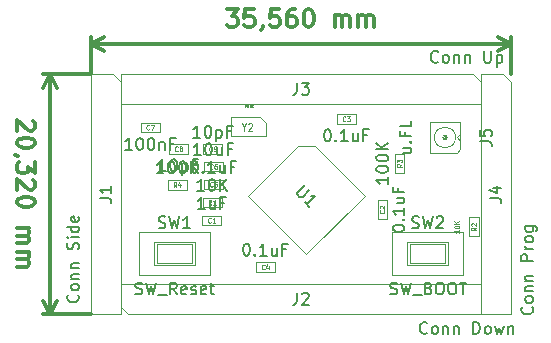
<source format=gbr>
G04 #@! TF.GenerationSoftware,KiCad,Pcbnew,6.0.0-rc1-unknown-a6325aa~66~ubuntu18.04.1*
G04 #@! TF.CreationDate,2018-09-08T20:35:18+02:00*
G04 #@! TF.ProjectId,STM32_Sensor_V4,53544D33325F53656E736F725F56342E,rev?*
G04 #@! TF.SameCoordinates,Original*
G04 #@! TF.FileFunction,Other,Fab,Top*
%FSLAX46Y46*%
G04 Gerber Fmt 4.6, Leading zero omitted, Abs format (unit mm)*
G04 Created by KiCad (PCBNEW 6.0.0-rc1-unknown-a6325aa~66~ubuntu18.04.1) date Sat Sep  8 20:35:18 2018*
%MOMM*%
%LPD*%
G01*
G04 APERTURE LIST*
%ADD10C,0.300000*%
%ADD11C,0.100000*%
%ADD12C,0.150000*%
%ADD13C,0.060000*%
%ADD14C,0.030000*%
%ADD15C,0.080000*%
G04 APERTURE END LIST*
D10*
X122018571Y-94365714D02*
X122090000Y-94437142D01*
X122161428Y-94580000D01*
X122161428Y-94937142D01*
X122090000Y-95080000D01*
X122018571Y-95151428D01*
X121875714Y-95222857D01*
X121732857Y-95222857D01*
X121518571Y-95151428D01*
X120661428Y-94294285D01*
X120661428Y-95222857D01*
X122161428Y-96151428D02*
X122161428Y-96294285D01*
X122090000Y-96437142D01*
X122018571Y-96508571D01*
X121875714Y-96580000D01*
X121590000Y-96651428D01*
X121232857Y-96651428D01*
X120947142Y-96580000D01*
X120804285Y-96508571D01*
X120732857Y-96437142D01*
X120661428Y-96294285D01*
X120661428Y-96151428D01*
X120732857Y-96008571D01*
X120804285Y-95937142D01*
X120947142Y-95865714D01*
X121232857Y-95794285D01*
X121590000Y-95794285D01*
X121875714Y-95865714D01*
X122018571Y-95937142D01*
X122090000Y-96008571D01*
X122161428Y-96151428D01*
X120732857Y-97365714D02*
X120661428Y-97365714D01*
X120518571Y-97294285D01*
X120447142Y-97222857D01*
X122161428Y-97865714D02*
X122161428Y-98794285D01*
X121590000Y-98294285D01*
X121590000Y-98508571D01*
X121518571Y-98651428D01*
X121447142Y-98722857D01*
X121304285Y-98794285D01*
X120947142Y-98794285D01*
X120804285Y-98722857D01*
X120732857Y-98651428D01*
X120661428Y-98508571D01*
X120661428Y-98080000D01*
X120732857Y-97937142D01*
X120804285Y-97865714D01*
X122018571Y-99365714D02*
X122090000Y-99437142D01*
X122161428Y-99580000D01*
X122161428Y-99937142D01*
X122090000Y-100080000D01*
X122018571Y-100151428D01*
X121875714Y-100222857D01*
X121732857Y-100222857D01*
X121518571Y-100151428D01*
X120661428Y-99294285D01*
X120661428Y-100222857D01*
X122161428Y-101151428D02*
X122161428Y-101294285D01*
X122090000Y-101437142D01*
X122018571Y-101508571D01*
X121875714Y-101580000D01*
X121590000Y-101651428D01*
X121232857Y-101651428D01*
X120947142Y-101580000D01*
X120804285Y-101508571D01*
X120732857Y-101437142D01*
X120661428Y-101294285D01*
X120661428Y-101151428D01*
X120732857Y-101008571D01*
X120804285Y-100937142D01*
X120947142Y-100865714D01*
X121232857Y-100794285D01*
X121590000Y-100794285D01*
X121875714Y-100865714D01*
X122018571Y-100937142D01*
X122090000Y-101008571D01*
X122161428Y-101151428D01*
X120661428Y-103437142D02*
X121661428Y-103437142D01*
X121518571Y-103437142D02*
X121590000Y-103508571D01*
X121661428Y-103651428D01*
X121661428Y-103865714D01*
X121590000Y-104008571D01*
X121447142Y-104080000D01*
X120661428Y-104080000D01*
X121447142Y-104080000D02*
X121590000Y-104151428D01*
X121661428Y-104294285D01*
X121661428Y-104508571D01*
X121590000Y-104651428D01*
X121447142Y-104722857D01*
X120661428Y-104722857D01*
X120661428Y-105437142D02*
X121661428Y-105437142D01*
X121518571Y-105437142D02*
X121590000Y-105508571D01*
X121661428Y-105651428D01*
X121661428Y-105865714D01*
X121590000Y-106008571D01*
X121447142Y-106080000D01*
X120661428Y-106080000D01*
X121447142Y-106080000D02*
X121590000Y-106151428D01*
X121661428Y-106294285D01*
X121661428Y-106508571D01*
X121590000Y-106651428D01*
X121447142Y-106722857D01*
X120661428Y-106722857D01*
X123440000Y-90420000D02*
X123440000Y-110740000D01*
X126890000Y-90420000D02*
X122853579Y-90420000D01*
X126890000Y-110740000D02*
X122853579Y-110740000D01*
X123440000Y-110740000D02*
X122853579Y-109613496D01*
X123440000Y-110740000D02*
X124026421Y-109613496D01*
X123440000Y-90420000D02*
X122853579Y-91546504D01*
X123440000Y-90420000D02*
X124026421Y-91546504D01*
X138384285Y-84928572D02*
X139312857Y-84928572D01*
X138812857Y-85500001D01*
X139027142Y-85500001D01*
X139170000Y-85571429D01*
X139241428Y-85642858D01*
X139312857Y-85785715D01*
X139312857Y-86142858D01*
X139241428Y-86285715D01*
X139170000Y-86357143D01*
X139027142Y-86428572D01*
X138598571Y-86428572D01*
X138455714Y-86357143D01*
X138384285Y-86285715D01*
X140670000Y-84928572D02*
X139955714Y-84928572D01*
X139884285Y-85642858D01*
X139955714Y-85571429D01*
X140098571Y-85500001D01*
X140455714Y-85500001D01*
X140598571Y-85571429D01*
X140670000Y-85642858D01*
X140741428Y-85785715D01*
X140741428Y-86142858D01*
X140670000Y-86285715D01*
X140598571Y-86357143D01*
X140455714Y-86428572D01*
X140098571Y-86428572D01*
X139955714Y-86357143D01*
X139884285Y-86285715D01*
X141455714Y-86357143D02*
X141455714Y-86428572D01*
X141384285Y-86571429D01*
X141312857Y-86642858D01*
X142812857Y-84928572D02*
X142098571Y-84928572D01*
X142027142Y-85642858D01*
X142098571Y-85571429D01*
X142241428Y-85500001D01*
X142598571Y-85500001D01*
X142741428Y-85571429D01*
X142812857Y-85642858D01*
X142884285Y-85785715D01*
X142884285Y-86142858D01*
X142812857Y-86285715D01*
X142741428Y-86357143D01*
X142598571Y-86428572D01*
X142241428Y-86428572D01*
X142098571Y-86357143D01*
X142027142Y-86285715D01*
X144170000Y-84928572D02*
X143884285Y-84928572D01*
X143741428Y-85000001D01*
X143670000Y-85071429D01*
X143527142Y-85285715D01*
X143455714Y-85571429D01*
X143455714Y-86142858D01*
X143527142Y-86285715D01*
X143598571Y-86357143D01*
X143741428Y-86428572D01*
X144027142Y-86428572D01*
X144170000Y-86357143D01*
X144241428Y-86285715D01*
X144312857Y-86142858D01*
X144312857Y-85785715D01*
X144241428Y-85642858D01*
X144170000Y-85571429D01*
X144027142Y-85500001D01*
X143741428Y-85500001D01*
X143598571Y-85571429D01*
X143527142Y-85642858D01*
X143455714Y-85785715D01*
X145241428Y-84928572D02*
X145384285Y-84928572D01*
X145527142Y-85000001D01*
X145598571Y-85071429D01*
X145670000Y-85214286D01*
X145741428Y-85500001D01*
X145741428Y-85857143D01*
X145670000Y-86142858D01*
X145598571Y-86285715D01*
X145527142Y-86357143D01*
X145384285Y-86428572D01*
X145241428Y-86428572D01*
X145098571Y-86357143D01*
X145027142Y-86285715D01*
X144955714Y-86142858D01*
X144884285Y-85857143D01*
X144884285Y-85500001D01*
X144955714Y-85214286D01*
X145027142Y-85071429D01*
X145098571Y-85000001D01*
X145241428Y-84928572D01*
X147527142Y-86428572D02*
X147527142Y-85428572D01*
X147527142Y-85571429D02*
X147598571Y-85500001D01*
X147741428Y-85428572D01*
X147955714Y-85428572D01*
X148098571Y-85500001D01*
X148170000Y-85642858D01*
X148170000Y-86428572D01*
X148170000Y-85642858D02*
X148241428Y-85500001D01*
X148384285Y-85428572D01*
X148598571Y-85428572D01*
X148741428Y-85500001D01*
X148812857Y-85642858D01*
X148812857Y-86428572D01*
X149527142Y-86428572D02*
X149527142Y-85428572D01*
X149527142Y-85571429D02*
X149598571Y-85500001D01*
X149741428Y-85428572D01*
X149955714Y-85428572D01*
X150098571Y-85500001D01*
X150170000Y-85642858D01*
X150170000Y-86428572D01*
X150170000Y-85642858D02*
X150241428Y-85500001D01*
X150384285Y-85428572D01*
X150598571Y-85428572D01*
X150741428Y-85500001D01*
X150812857Y-85642858D01*
X150812857Y-86428572D01*
X126890000Y-87850001D02*
X162450000Y-87850001D01*
X126890000Y-90420000D02*
X126890000Y-87263580D01*
X162450000Y-90420000D02*
X162450000Y-87263580D01*
X162450000Y-87850001D02*
X161323496Y-88436422D01*
X162450000Y-87850001D02*
X161323496Y-87263580D01*
X126890000Y-87850001D02*
X128016504Y-88436422D01*
X126890000Y-87850001D02*
X128016504Y-87263580D01*
D11*
G04 #@! TO.C,SW2*
X158400000Y-103800000D02*
X158400000Y-107400000D01*
X152400000Y-103800000D02*
X152400000Y-107400000D01*
X152400000Y-103800000D02*
X158400000Y-103800000D01*
X152400000Y-107400000D02*
X158400000Y-107400000D01*
X153900000Y-104800000D02*
X153900000Y-106400000D01*
X156900000Y-104800000D02*
X156900000Y-106400000D01*
X153900000Y-104800000D02*
X156900000Y-104800000D01*
X153900000Y-106400000D02*
X156900000Y-106400000D01*
X153650000Y-106600000D02*
X153650000Y-104600000D01*
X157150000Y-106600000D02*
X153650000Y-106600000D01*
X157150000Y-104600000D02*
X157150000Y-106600000D01*
X153650000Y-104600000D02*
X157150000Y-104600000D01*
G04 #@! TO.C,R4*
X133390000Y-99380000D02*
X134990000Y-99380000D01*
X133390000Y-100180000D02*
X133390000Y-99380000D01*
X134990000Y-100180000D02*
X133390000Y-100180000D01*
X134990000Y-99380000D02*
X134990000Y-100180000D01*
G04 #@! TO.C,R1*
X136350000Y-100870000D02*
X137950000Y-100870000D01*
X136350000Y-101670000D02*
X136350000Y-100870000D01*
X137950000Y-101670000D02*
X136350000Y-101670000D01*
X137950000Y-100870000D02*
X137950000Y-101670000D01*
G04 #@! TO.C,J3*
X159910000Y-91055000D02*
X159910000Y-92960000D01*
X159910000Y-92960000D02*
X129430000Y-92960000D01*
X129430000Y-92960000D02*
X129430000Y-90420000D01*
X129430000Y-90420000D02*
X159275000Y-90420000D01*
X159275000Y-90420000D02*
X159910000Y-91055000D01*
G04 #@! TO.C,R2*
X158910000Y-104130000D02*
X158910000Y-102530000D01*
X159710000Y-104130000D02*
X158910000Y-104130000D01*
X159710000Y-102530000D02*
X159710000Y-104130000D01*
X158910000Y-102530000D02*
X159710000Y-102530000D01*
G04 #@! TO.C,Y2*
X138730000Y-94060000D02*
X138730000Y-95660000D01*
X138730000Y-95660000D02*
X141730000Y-95660000D01*
X141230000Y-94060000D02*
X141730000Y-94560000D01*
X141230000Y-94060000D02*
X138730000Y-94060000D01*
X141730000Y-94560000D02*
X141730000Y-95660000D01*
G04 #@! TO.C,J1*
X126890000Y-110740000D02*
X126890000Y-90420000D01*
X129430000Y-110740000D02*
X126890000Y-110740000D01*
X129430000Y-91055000D02*
X129430000Y-110740000D01*
X128795000Y-90420000D02*
X129430000Y-91055000D01*
X126890000Y-90420000D02*
X128795000Y-90420000D01*
G04 #@! TO.C,J4*
X159910000Y-110740000D02*
X159910000Y-90420000D01*
X162450000Y-110740000D02*
X159910000Y-110740000D01*
X162450000Y-91055000D02*
X162450000Y-110740000D01*
X161815000Y-90420000D02*
X162450000Y-91055000D01*
X159910000Y-90420000D02*
X161815000Y-90420000D01*
G04 #@! TO.C,J2*
X129430000Y-110105000D02*
X129430000Y-108200000D01*
X129430000Y-108200000D02*
X159910000Y-108200000D01*
X159910000Y-108200000D02*
X159910000Y-110740000D01*
X159910000Y-110740000D02*
X130065000Y-110740000D01*
X130065000Y-110740000D02*
X129430000Y-110105000D01*
G04 #@! TO.C,SW1*
X136940000Y-103800000D02*
X136940000Y-107400000D01*
X130940000Y-103800000D02*
X130940000Y-107400000D01*
X130940000Y-103800000D02*
X136940000Y-103800000D01*
X130940000Y-107400000D02*
X136940000Y-107400000D01*
X132440000Y-104800000D02*
X132440000Y-106400000D01*
X135440000Y-104800000D02*
X135440000Y-106400000D01*
X132440000Y-104800000D02*
X135440000Y-104800000D01*
X132440000Y-106400000D02*
X135440000Y-106400000D01*
X132190000Y-106600000D02*
X132190000Y-104600000D01*
X135690000Y-106600000D02*
X132190000Y-106600000D01*
X135690000Y-104600000D02*
X135690000Y-106600000D01*
X132190000Y-104600000D02*
X135690000Y-104600000D01*
G04 #@! TO.C,C1*
X137900000Y-102400000D02*
X137900000Y-103200000D01*
X137900000Y-103200000D02*
X136300000Y-103200000D01*
X136300000Y-103200000D02*
X136300000Y-102400000D01*
X136300000Y-102400000D02*
X137900000Y-102400000D01*
G04 #@! TO.C,C2*
X151950000Y-101050000D02*
X151950000Y-102650000D01*
X151150000Y-101050000D02*
X151950000Y-101050000D01*
X151150000Y-102650000D02*
X151150000Y-101050000D01*
X151950000Y-102650000D02*
X151150000Y-102650000D01*
G04 #@! TO.C,C3*
X147700000Y-94600000D02*
X147700000Y-93800000D01*
X147700000Y-93800000D02*
X149300000Y-93800000D01*
X149300000Y-93800000D02*
X149300000Y-94600000D01*
X149300000Y-94600000D02*
X147700000Y-94600000D01*
G04 #@! TO.C,C4*
X140850000Y-106350000D02*
X142450000Y-106350000D01*
X140850000Y-107150000D02*
X140850000Y-106350000D01*
X142450000Y-107150000D02*
X140850000Y-107150000D01*
X142450000Y-106350000D02*
X142450000Y-107150000D01*
G04 #@! TO.C,C5*
X138050000Y-99350000D02*
X138050000Y-100150000D01*
X138050000Y-100150000D02*
X136450000Y-100150000D01*
X136450000Y-100150000D02*
X136450000Y-99350000D01*
X136450000Y-99350000D02*
X138050000Y-99350000D01*
G04 #@! TO.C,C6*
X138050000Y-97850000D02*
X138050000Y-98650000D01*
X138050000Y-98650000D02*
X136450000Y-98650000D01*
X136450000Y-98650000D02*
X136450000Y-97850000D01*
X136450000Y-97850000D02*
X138050000Y-97850000D01*
G04 #@! TO.C,C7*
X132700000Y-95330000D02*
X131100000Y-95330000D01*
X132700000Y-94530000D02*
X132700000Y-95330000D01*
X131100000Y-94530000D02*
X132700000Y-94530000D01*
X131100000Y-95330000D02*
X131100000Y-94530000D01*
G04 #@! TO.C,C8*
X133500000Y-97150000D02*
X133500000Y-96350000D01*
X133500000Y-96350000D02*
X135100000Y-96350000D01*
X135100000Y-96350000D02*
X135100000Y-97150000D01*
X135100000Y-97150000D02*
X133500000Y-97150000D01*
G04 #@! TO.C,C9*
X136400000Y-96350000D02*
X138000000Y-96350000D01*
X136400000Y-97150000D02*
X136400000Y-96350000D01*
X138000000Y-97150000D02*
X136400000Y-97150000D01*
X138000000Y-96350000D02*
X138000000Y-97150000D01*
G04 #@! TO.C,R3*
X152625000Y-98750000D02*
X152625000Y-97150000D01*
X153425000Y-98750000D02*
X152625000Y-98750000D01*
X153425000Y-97150000D02*
X153425000Y-98750000D01*
X152625000Y-97150000D02*
X153425000Y-97150000D01*
G04 #@! TO.C,U1*
X145832107Y-96482359D02*
X150074747Y-100725000D01*
X150074747Y-100725000D02*
X145125000Y-105674747D01*
X145125000Y-105674747D02*
X140175253Y-100725000D01*
X140175253Y-100725000D02*
X144417893Y-96482359D01*
X144417893Y-96482359D02*
X145832107Y-96482359D01*
G04 #@! TO.C,J5*
X157860000Y-95770000D02*
X158160000Y-95470000D01*
X158160000Y-96070000D02*
X157860000Y-95770000D01*
X156910000Y-95770000D02*
G75*
G03X156910000Y-95770000I-50000J0D01*
G01*
X156985000Y-95770000D02*
G75*
G03X156985000Y-95770000I-125000J0D01*
G01*
X157760000Y-95770000D02*
G75*
G03X157760000Y-95770000I-900000J0D01*
G01*
X155560000Y-97070000D02*
X155560000Y-94470000D01*
X155560000Y-97070000D02*
X157860000Y-97070000D01*
X157860000Y-97070000D02*
X158160000Y-96770000D01*
X155560000Y-94470000D02*
X158160000Y-94470000D01*
X158160000Y-96770000D02*
X158160000Y-94470000D01*
X157060000Y-95770000D02*
G75*
G03X157060000Y-95770000I-200000J0D01*
G01*
G04 #@! TD*
G04 #@! TO.C,SW2*
D12*
X152233333Y-109004761D02*
X152376190Y-109052380D01*
X152614285Y-109052380D01*
X152709523Y-109004761D01*
X152757142Y-108957142D01*
X152804761Y-108861904D01*
X152804761Y-108766666D01*
X152757142Y-108671428D01*
X152709523Y-108623809D01*
X152614285Y-108576190D01*
X152423809Y-108528571D01*
X152328571Y-108480952D01*
X152280952Y-108433333D01*
X152233333Y-108338095D01*
X152233333Y-108242857D01*
X152280952Y-108147619D01*
X152328571Y-108100000D01*
X152423809Y-108052380D01*
X152661904Y-108052380D01*
X152804761Y-108100000D01*
X153138095Y-108052380D02*
X153376190Y-109052380D01*
X153566666Y-108338095D01*
X153757142Y-109052380D01*
X153995238Y-108052380D01*
X154138095Y-109147619D02*
X154900000Y-109147619D01*
X155471428Y-108528571D02*
X155614285Y-108576190D01*
X155661904Y-108623809D01*
X155709523Y-108719047D01*
X155709523Y-108861904D01*
X155661904Y-108957142D01*
X155614285Y-109004761D01*
X155519047Y-109052380D01*
X155138095Y-109052380D01*
X155138095Y-108052380D01*
X155471428Y-108052380D01*
X155566666Y-108100000D01*
X155614285Y-108147619D01*
X155661904Y-108242857D01*
X155661904Y-108338095D01*
X155614285Y-108433333D01*
X155566666Y-108480952D01*
X155471428Y-108528571D01*
X155138095Y-108528571D01*
X156328571Y-108052380D02*
X156519047Y-108052380D01*
X156614285Y-108100000D01*
X156709523Y-108195238D01*
X156757142Y-108385714D01*
X156757142Y-108719047D01*
X156709523Y-108909523D01*
X156614285Y-109004761D01*
X156519047Y-109052380D01*
X156328571Y-109052380D01*
X156233333Y-109004761D01*
X156138095Y-108909523D01*
X156090476Y-108719047D01*
X156090476Y-108385714D01*
X156138095Y-108195238D01*
X156233333Y-108100000D01*
X156328571Y-108052380D01*
X157376190Y-108052380D02*
X157566666Y-108052380D01*
X157661904Y-108100000D01*
X157757142Y-108195238D01*
X157804761Y-108385714D01*
X157804761Y-108719047D01*
X157757142Y-108909523D01*
X157661904Y-109004761D01*
X157566666Y-109052380D01*
X157376190Y-109052380D01*
X157280952Y-109004761D01*
X157185714Y-108909523D01*
X157138095Y-108719047D01*
X157138095Y-108385714D01*
X157185714Y-108195238D01*
X157280952Y-108100000D01*
X157376190Y-108052380D01*
X158090476Y-108052380D02*
X158661904Y-108052380D01*
X158376190Y-109052380D02*
X158376190Y-108052380D01*
X154066666Y-103404761D02*
X154209523Y-103452380D01*
X154447619Y-103452380D01*
X154542857Y-103404761D01*
X154590476Y-103357142D01*
X154638095Y-103261904D01*
X154638095Y-103166666D01*
X154590476Y-103071428D01*
X154542857Y-103023809D01*
X154447619Y-102976190D01*
X154257142Y-102928571D01*
X154161904Y-102880952D01*
X154114285Y-102833333D01*
X154066666Y-102738095D01*
X154066666Y-102642857D01*
X154114285Y-102547619D01*
X154161904Y-102500000D01*
X154257142Y-102452380D01*
X154495238Y-102452380D01*
X154638095Y-102500000D01*
X154971428Y-102452380D02*
X155209523Y-103452380D01*
X155400000Y-102738095D01*
X155590476Y-103452380D01*
X155828571Y-102452380D01*
X156161904Y-102547619D02*
X156209523Y-102500000D01*
X156304761Y-102452380D01*
X156542857Y-102452380D01*
X156638095Y-102500000D01*
X156685714Y-102547619D01*
X156733333Y-102642857D01*
X156733333Y-102738095D01*
X156685714Y-102880952D01*
X156114285Y-103452380D01*
X156733333Y-103452380D01*
G04 #@! TO.C,R4*
X133023333Y-98802380D02*
X132451904Y-98802380D01*
X132737619Y-98802380D02*
X132737619Y-97802380D01*
X132642380Y-97945238D01*
X132547142Y-98040476D01*
X132451904Y-98088095D01*
X133642380Y-97802380D02*
X133737619Y-97802380D01*
X133832857Y-97850000D01*
X133880476Y-97897619D01*
X133928095Y-97992857D01*
X133975714Y-98183333D01*
X133975714Y-98421428D01*
X133928095Y-98611904D01*
X133880476Y-98707142D01*
X133832857Y-98754761D01*
X133737619Y-98802380D01*
X133642380Y-98802380D01*
X133547142Y-98754761D01*
X133499523Y-98707142D01*
X133451904Y-98611904D01*
X133404285Y-98421428D01*
X133404285Y-98183333D01*
X133451904Y-97992857D01*
X133499523Y-97897619D01*
X133547142Y-97850000D01*
X133642380Y-97802380D01*
X134594761Y-97802380D02*
X134690000Y-97802380D01*
X134785238Y-97850000D01*
X134832857Y-97897619D01*
X134880476Y-97992857D01*
X134928095Y-98183333D01*
X134928095Y-98421428D01*
X134880476Y-98611904D01*
X134832857Y-98707142D01*
X134785238Y-98754761D01*
X134690000Y-98802380D01*
X134594761Y-98802380D01*
X134499523Y-98754761D01*
X134451904Y-98707142D01*
X134404285Y-98611904D01*
X134356666Y-98421428D01*
X134356666Y-98183333D01*
X134404285Y-97992857D01*
X134451904Y-97897619D01*
X134499523Y-97850000D01*
X134594761Y-97802380D01*
X135356666Y-98802380D02*
X135356666Y-97802380D01*
X135928095Y-98802380D02*
X135499523Y-98230952D01*
X135928095Y-97802380D02*
X135356666Y-98373809D01*
D13*
X134123333Y-99960952D02*
X133990000Y-99770476D01*
X133894761Y-99960952D02*
X133894761Y-99560952D01*
X134047142Y-99560952D01*
X134085238Y-99580000D01*
X134104285Y-99599047D01*
X134123333Y-99637142D01*
X134123333Y-99694285D01*
X134104285Y-99732380D01*
X134085238Y-99751428D01*
X134047142Y-99770476D01*
X133894761Y-99770476D01*
X134466190Y-99694285D02*
X134466190Y-99960952D01*
X134370952Y-99541904D02*
X134275714Y-99827619D01*
X134523333Y-99827619D01*
G04 #@! TO.C,R1*
D12*
X136459523Y-100292380D02*
X135888095Y-100292380D01*
X136173809Y-100292380D02*
X136173809Y-99292380D01*
X136078571Y-99435238D01*
X135983333Y-99530476D01*
X135888095Y-99578095D01*
X137078571Y-99292380D02*
X137173809Y-99292380D01*
X137269047Y-99340000D01*
X137316666Y-99387619D01*
X137364285Y-99482857D01*
X137411904Y-99673333D01*
X137411904Y-99911428D01*
X137364285Y-100101904D01*
X137316666Y-100197142D01*
X137269047Y-100244761D01*
X137173809Y-100292380D01*
X137078571Y-100292380D01*
X136983333Y-100244761D01*
X136935714Y-100197142D01*
X136888095Y-100101904D01*
X136840476Y-99911428D01*
X136840476Y-99673333D01*
X136888095Y-99482857D01*
X136935714Y-99387619D01*
X136983333Y-99340000D01*
X137078571Y-99292380D01*
X137840476Y-100292380D02*
X137840476Y-99292380D01*
X138411904Y-100292380D02*
X137983333Y-99720952D01*
X138411904Y-99292380D02*
X137840476Y-99863809D01*
D13*
X137083333Y-101450952D02*
X136950000Y-101260476D01*
X136854761Y-101450952D02*
X136854761Y-101050952D01*
X137007142Y-101050952D01*
X137045238Y-101070000D01*
X137064285Y-101089047D01*
X137083333Y-101127142D01*
X137083333Y-101184285D01*
X137064285Y-101222380D01*
X137045238Y-101241428D01*
X137007142Y-101260476D01*
X136854761Y-101260476D01*
X137464285Y-101450952D02*
X137235714Y-101450952D01*
X137350000Y-101450952D02*
X137350000Y-101050952D01*
X137311904Y-101108095D01*
X137273809Y-101146190D01*
X137235714Y-101165238D01*
G04 #@! TO.C,J3*
D12*
X156275238Y-89337142D02*
X156227619Y-89384761D01*
X156084761Y-89432380D01*
X155989523Y-89432380D01*
X155846666Y-89384761D01*
X155751428Y-89289523D01*
X155703809Y-89194285D01*
X155656190Y-89003809D01*
X155656190Y-88860952D01*
X155703809Y-88670476D01*
X155751428Y-88575238D01*
X155846666Y-88480000D01*
X155989523Y-88432380D01*
X156084761Y-88432380D01*
X156227619Y-88480000D01*
X156275238Y-88527619D01*
X156846666Y-89432380D02*
X156751428Y-89384761D01*
X156703809Y-89337142D01*
X156656190Y-89241904D01*
X156656190Y-88956190D01*
X156703809Y-88860952D01*
X156751428Y-88813333D01*
X156846666Y-88765714D01*
X156989523Y-88765714D01*
X157084761Y-88813333D01*
X157132380Y-88860952D01*
X157180000Y-88956190D01*
X157180000Y-89241904D01*
X157132380Y-89337142D01*
X157084761Y-89384761D01*
X156989523Y-89432380D01*
X156846666Y-89432380D01*
X157608571Y-88765714D02*
X157608571Y-89432380D01*
X157608571Y-88860952D02*
X157656190Y-88813333D01*
X157751428Y-88765714D01*
X157894285Y-88765714D01*
X157989523Y-88813333D01*
X158037142Y-88908571D01*
X158037142Y-89432380D01*
X158513333Y-88765714D02*
X158513333Y-89432380D01*
X158513333Y-88860952D02*
X158560952Y-88813333D01*
X158656190Y-88765714D01*
X158799047Y-88765714D01*
X158894285Y-88813333D01*
X158941904Y-88908571D01*
X158941904Y-89432380D01*
X160180000Y-88432380D02*
X160180000Y-89241904D01*
X160227619Y-89337142D01*
X160275238Y-89384761D01*
X160370476Y-89432380D01*
X160560952Y-89432380D01*
X160656190Y-89384761D01*
X160703809Y-89337142D01*
X160751428Y-89241904D01*
X160751428Y-88432380D01*
X161227619Y-88765714D02*
X161227619Y-89765714D01*
X161227619Y-88813333D02*
X161322857Y-88765714D01*
X161513333Y-88765714D01*
X161608571Y-88813333D01*
X161656190Y-88860952D01*
X161703809Y-88956190D01*
X161703809Y-89241904D01*
X161656190Y-89337142D01*
X161608571Y-89384761D01*
X161513333Y-89432380D01*
X161322857Y-89432380D01*
X161227619Y-89384761D01*
X144336666Y-91142380D02*
X144336666Y-91856666D01*
X144289047Y-91999523D01*
X144193809Y-92094761D01*
X144050952Y-92142380D01*
X143955714Y-92142380D01*
X144717619Y-91142380D02*
X145336666Y-91142380D01*
X145003333Y-91523333D01*
X145146190Y-91523333D01*
X145241428Y-91570952D01*
X145289047Y-91618571D01*
X145336666Y-91713809D01*
X145336666Y-91951904D01*
X145289047Y-92047142D01*
X145241428Y-92094761D01*
X145146190Y-92142380D01*
X144860476Y-92142380D01*
X144765238Y-92094761D01*
X144717619Y-92047142D01*
G04 #@! TO.C,R2*
D11*
X158060952Y-103606190D02*
X158060952Y-103834761D01*
X158060952Y-103720476D02*
X157660952Y-103720476D01*
X157718095Y-103758571D01*
X157756190Y-103796666D01*
X157775238Y-103834761D01*
X157660952Y-103358571D02*
X157660952Y-103320476D01*
X157680000Y-103282380D01*
X157699047Y-103263333D01*
X157737142Y-103244285D01*
X157813333Y-103225238D01*
X157908571Y-103225238D01*
X157984761Y-103244285D01*
X158022857Y-103263333D01*
X158041904Y-103282380D01*
X158060952Y-103320476D01*
X158060952Y-103358571D01*
X158041904Y-103396666D01*
X158022857Y-103415714D01*
X157984761Y-103434761D01*
X157908571Y-103453809D01*
X157813333Y-103453809D01*
X157737142Y-103434761D01*
X157699047Y-103415714D01*
X157680000Y-103396666D01*
X157660952Y-103358571D01*
X158060952Y-103053809D02*
X157660952Y-103053809D01*
X158060952Y-102825238D02*
X157832380Y-102996666D01*
X157660952Y-102825238D02*
X157889523Y-103053809D01*
D13*
X159490952Y-103396666D02*
X159300476Y-103530000D01*
X159490952Y-103625238D02*
X159090952Y-103625238D01*
X159090952Y-103472857D01*
X159110000Y-103434761D01*
X159129047Y-103415714D01*
X159167142Y-103396666D01*
X159224285Y-103396666D01*
X159262380Y-103415714D01*
X159281428Y-103434761D01*
X159300476Y-103472857D01*
X159300476Y-103625238D01*
X159129047Y-103244285D02*
X159110000Y-103225238D01*
X159090952Y-103187142D01*
X159090952Y-103091904D01*
X159110000Y-103053809D01*
X159129047Y-103034761D01*
X159167142Y-103015714D01*
X159205238Y-103015714D01*
X159262380Y-103034761D01*
X159490952Y-103263333D01*
X159490952Y-103015714D01*
G04 #@! TO.C,Y2*
D14*
X139925238Y-93036190D02*
X139906190Y-93026666D01*
X139896666Y-93017142D01*
X139887142Y-92998095D01*
X139887142Y-92988571D01*
X139896666Y-92969523D01*
X139906190Y-92960000D01*
X139925238Y-92950476D01*
X139963333Y-92950476D01*
X139982380Y-92960000D01*
X139991904Y-92969523D01*
X140001428Y-92988571D01*
X140001428Y-92998095D01*
X139991904Y-93017142D01*
X139982380Y-93026666D01*
X139963333Y-93036190D01*
X139925238Y-93036190D01*
X139906190Y-93045714D01*
X139896666Y-93055238D01*
X139887142Y-93074285D01*
X139887142Y-93112380D01*
X139896666Y-93131428D01*
X139906190Y-93140952D01*
X139925238Y-93150476D01*
X139963333Y-93150476D01*
X139982380Y-93140952D01*
X139991904Y-93131428D01*
X140001428Y-93112380D01*
X140001428Y-93074285D01*
X139991904Y-93055238D01*
X139982380Y-93045714D01*
X139963333Y-93036190D01*
X140087142Y-93150476D02*
X140087142Y-92950476D01*
X140153809Y-93093333D01*
X140220476Y-92950476D01*
X140220476Y-93150476D01*
X140315714Y-93150476D02*
X140315714Y-92950476D01*
X140401428Y-93150476D02*
X140401428Y-93045714D01*
X140391904Y-93026666D01*
X140372857Y-93017142D01*
X140344285Y-93017142D01*
X140325238Y-93026666D01*
X140315714Y-93036190D01*
X140477619Y-93017142D02*
X140582380Y-93017142D01*
X140477619Y-93150476D01*
X140582380Y-93150476D01*
D15*
X139844285Y-94895714D02*
X139844285Y-95181428D01*
X139644285Y-94581428D02*
X139844285Y-94895714D01*
X140044285Y-94581428D01*
X140215714Y-94638571D02*
X140244285Y-94610000D01*
X140301428Y-94581428D01*
X140444285Y-94581428D01*
X140501428Y-94610000D01*
X140530000Y-94638571D01*
X140558571Y-94695714D01*
X140558571Y-94752857D01*
X140530000Y-94838571D01*
X140187142Y-95181428D01*
X140558571Y-95181428D01*
G04 #@! TO.C,J1*
D12*
X125777142Y-109093809D02*
X125824761Y-109141428D01*
X125872380Y-109284285D01*
X125872380Y-109379523D01*
X125824761Y-109522380D01*
X125729523Y-109617619D01*
X125634285Y-109665238D01*
X125443809Y-109712857D01*
X125300952Y-109712857D01*
X125110476Y-109665238D01*
X125015238Y-109617619D01*
X124920000Y-109522380D01*
X124872380Y-109379523D01*
X124872380Y-109284285D01*
X124920000Y-109141428D01*
X124967619Y-109093809D01*
X125872380Y-108522380D02*
X125824761Y-108617619D01*
X125777142Y-108665238D01*
X125681904Y-108712857D01*
X125396190Y-108712857D01*
X125300952Y-108665238D01*
X125253333Y-108617619D01*
X125205714Y-108522380D01*
X125205714Y-108379523D01*
X125253333Y-108284285D01*
X125300952Y-108236666D01*
X125396190Y-108189047D01*
X125681904Y-108189047D01*
X125777142Y-108236666D01*
X125824761Y-108284285D01*
X125872380Y-108379523D01*
X125872380Y-108522380D01*
X125205714Y-107760476D02*
X125872380Y-107760476D01*
X125300952Y-107760476D02*
X125253333Y-107712857D01*
X125205714Y-107617619D01*
X125205714Y-107474761D01*
X125253333Y-107379523D01*
X125348571Y-107331904D01*
X125872380Y-107331904D01*
X125205714Y-106855714D02*
X125872380Y-106855714D01*
X125300952Y-106855714D02*
X125253333Y-106808095D01*
X125205714Y-106712857D01*
X125205714Y-106570000D01*
X125253333Y-106474761D01*
X125348571Y-106427142D01*
X125872380Y-106427142D01*
X125824761Y-105236666D02*
X125872380Y-105093809D01*
X125872380Y-104855714D01*
X125824761Y-104760476D01*
X125777142Y-104712857D01*
X125681904Y-104665238D01*
X125586666Y-104665238D01*
X125491428Y-104712857D01*
X125443809Y-104760476D01*
X125396190Y-104855714D01*
X125348571Y-105046190D01*
X125300952Y-105141428D01*
X125253333Y-105189047D01*
X125158095Y-105236666D01*
X125062857Y-105236666D01*
X124967619Y-105189047D01*
X124920000Y-105141428D01*
X124872380Y-105046190D01*
X124872380Y-104808095D01*
X124920000Y-104665238D01*
X125872380Y-104236666D02*
X125205714Y-104236666D01*
X124872380Y-104236666D02*
X124920000Y-104284285D01*
X124967619Y-104236666D01*
X124920000Y-104189047D01*
X124872380Y-104236666D01*
X124967619Y-104236666D01*
X125872380Y-103331904D02*
X124872380Y-103331904D01*
X125824761Y-103331904D02*
X125872380Y-103427142D01*
X125872380Y-103617619D01*
X125824761Y-103712857D01*
X125777142Y-103760476D01*
X125681904Y-103808095D01*
X125396190Y-103808095D01*
X125300952Y-103760476D01*
X125253333Y-103712857D01*
X125205714Y-103617619D01*
X125205714Y-103427142D01*
X125253333Y-103331904D01*
X125824761Y-102474761D02*
X125872380Y-102570000D01*
X125872380Y-102760476D01*
X125824761Y-102855714D01*
X125729523Y-102903333D01*
X125348571Y-102903333D01*
X125253333Y-102855714D01*
X125205714Y-102760476D01*
X125205714Y-102570000D01*
X125253333Y-102474761D01*
X125348571Y-102427142D01*
X125443809Y-102427142D01*
X125539047Y-102903333D01*
X127612380Y-100913333D02*
X128326666Y-100913333D01*
X128469523Y-100960952D01*
X128564761Y-101056190D01*
X128612380Y-101199047D01*
X128612380Y-101294285D01*
X128612380Y-99913333D02*
X128612380Y-100484761D01*
X128612380Y-100199047D02*
X127612380Y-100199047D01*
X127755238Y-100294285D01*
X127850476Y-100389523D01*
X127898095Y-100484761D01*
G04 #@! TO.C,J4*
X164227142Y-110122857D02*
X164274761Y-110170476D01*
X164322380Y-110313333D01*
X164322380Y-110408571D01*
X164274761Y-110551428D01*
X164179523Y-110646666D01*
X164084285Y-110694285D01*
X163893809Y-110741904D01*
X163750952Y-110741904D01*
X163560476Y-110694285D01*
X163465238Y-110646666D01*
X163370000Y-110551428D01*
X163322380Y-110408571D01*
X163322380Y-110313333D01*
X163370000Y-110170476D01*
X163417619Y-110122857D01*
X164322380Y-109551428D02*
X164274761Y-109646666D01*
X164227142Y-109694285D01*
X164131904Y-109741904D01*
X163846190Y-109741904D01*
X163750952Y-109694285D01*
X163703333Y-109646666D01*
X163655714Y-109551428D01*
X163655714Y-109408571D01*
X163703333Y-109313333D01*
X163750952Y-109265714D01*
X163846190Y-109218095D01*
X164131904Y-109218095D01*
X164227142Y-109265714D01*
X164274761Y-109313333D01*
X164322380Y-109408571D01*
X164322380Y-109551428D01*
X163655714Y-108789523D02*
X164322380Y-108789523D01*
X163750952Y-108789523D02*
X163703333Y-108741904D01*
X163655714Y-108646666D01*
X163655714Y-108503809D01*
X163703333Y-108408571D01*
X163798571Y-108360952D01*
X164322380Y-108360952D01*
X163655714Y-107884761D02*
X164322380Y-107884761D01*
X163750952Y-107884761D02*
X163703333Y-107837142D01*
X163655714Y-107741904D01*
X163655714Y-107599047D01*
X163703333Y-107503809D01*
X163798571Y-107456190D01*
X164322380Y-107456190D01*
X164322380Y-106218095D02*
X163322380Y-106218095D01*
X163322380Y-105837142D01*
X163370000Y-105741904D01*
X163417619Y-105694285D01*
X163512857Y-105646666D01*
X163655714Y-105646666D01*
X163750952Y-105694285D01*
X163798571Y-105741904D01*
X163846190Y-105837142D01*
X163846190Y-106218095D01*
X164322380Y-105218095D02*
X163655714Y-105218095D01*
X163846190Y-105218095D02*
X163750952Y-105170476D01*
X163703333Y-105122857D01*
X163655714Y-105027619D01*
X163655714Y-104932380D01*
X164322380Y-104456190D02*
X164274761Y-104551428D01*
X164227142Y-104599047D01*
X164131904Y-104646666D01*
X163846190Y-104646666D01*
X163750952Y-104599047D01*
X163703333Y-104551428D01*
X163655714Y-104456190D01*
X163655714Y-104313333D01*
X163703333Y-104218095D01*
X163750952Y-104170476D01*
X163846190Y-104122857D01*
X164131904Y-104122857D01*
X164227142Y-104170476D01*
X164274761Y-104218095D01*
X164322380Y-104313333D01*
X164322380Y-104456190D01*
X163655714Y-103265714D02*
X164465238Y-103265714D01*
X164560476Y-103313333D01*
X164608095Y-103360952D01*
X164655714Y-103456190D01*
X164655714Y-103599047D01*
X164608095Y-103694285D01*
X164274761Y-103265714D02*
X164322380Y-103360952D01*
X164322380Y-103551428D01*
X164274761Y-103646666D01*
X164227142Y-103694285D01*
X164131904Y-103741904D01*
X163846190Y-103741904D01*
X163750952Y-103694285D01*
X163703333Y-103646666D01*
X163655714Y-103551428D01*
X163655714Y-103360952D01*
X163703333Y-103265714D01*
X160632380Y-100913333D02*
X161346666Y-100913333D01*
X161489523Y-100960952D01*
X161584761Y-101056190D01*
X161632380Y-101199047D01*
X161632380Y-101294285D01*
X160965714Y-100008571D02*
X161632380Y-100008571D01*
X160584761Y-100246666D02*
X161299047Y-100484761D01*
X161299047Y-99865714D01*
G04 #@! TO.C,J2*
X155352857Y-112307142D02*
X155305238Y-112354761D01*
X155162380Y-112402380D01*
X155067142Y-112402380D01*
X154924285Y-112354761D01*
X154829047Y-112259523D01*
X154781428Y-112164285D01*
X154733809Y-111973809D01*
X154733809Y-111830952D01*
X154781428Y-111640476D01*
X154829047Y-111545238D01*
X154924285Y-111450000D01*
X155067142Y-111402380D01*
X155162380Y-111402380D01*
X155305238Y-111450000D01*
X155352857Y-111497619D01*
X155924285Y-112402380D02*
X155829047Y-112354761D01*
X155781428Y-112307142D01*
X155733809Y-112211904D01*
X155733809Y-111926190D01*
X155781428Y-111830952D01*
X155829047Y-111783333D01*
X155924285Y-111735714D01*
X156067142Y-111735714D01*
X156162380Y-111783333D01*
X156210000Y-111830952D01*
X156257619Y-111926190D01*
X156257619Y-112211904D01*
X156210000Y-112307142D01*
X156162380Y-112354761D01*
X156067142Y-112402380D01*
X155924285Y-112402380D01*
X156686190Y-111735714D02*
X156686190Y-112402380D01*
X156686190Y-111830952D02*
X156733809Y-111783333D01*
X156829047Y-111735714D01*
X156971904Y-111735714D01*
X157067142Y-111783333D01*
X157114761Y-111878571D01*
X157114761Y-112402380D01*
X157590952Y-111735714D02*
X157590952Y-112402380D01*
X157590952Y-111830952D02*
X157638571Y-111783333D01*
X157733809Y-111735714D01*
X157876666Y-111735714D01*
X157971904Y-111783333D01*
X158019523Y-111878571D01*
X158019523Y-112402380D01*
X159257619Y-112402380D02*
X159257619Y-111402380D01*
X159495714Y-111402380D01*
X159638571Y-111450000D01*
X159733809Y-111545238D01*
X159781428Y-111640476D01*
X159829047Y-111830952D01*
X159829047Y-111973809D01*
X159781428Y-112164285D01*
X159733809Y-112259523D01*
X159638571Y-112354761D01*
X159495714Y-112402380D01*
X159257619Y-112402380D01*
X160400476Y-112402380D02*
X160305238Y-112354761D01*
X160257619Y-112307142D01*
X160210000Y-112211904D01*
X160210000Y-111926190D01*
X160257619Y-111830952D01*
X160305238Y-111783333D01*
X160400476Y-111735714D01*
X160543333Y-111735714D01*
X160638571Y-111783333D01*
X160686190Y-111830952D01*
X160733809Y-111926190D01*
X160733809Y-112211904D01*
X160686190Y-112307142D01*
X160638571Y-112354761D01*
X160543333Y-112402380D01*
X160400476Y-112402380D01*
X161067142Y-111735714D02*
X161257619Y-112402380D01*
X161448095Y-111926190D01*
X161638571Y-112402380D01*
X161829047Y-111735714D01*
X162210000Y-111735714D02*
X162210000Y-112402380D01*
X162210000Y-111830952D02*
X162257619Y-111783333D01*
X162352857Y-111735714D01*
X162495714Y-111735714D01*
X162590952Y-111783333D01*
X162638571Y-111878571D01*
X162638571Y-112402380D01*
X144336666Y-108922380D02*
X144336666Y-109636666D01*
X144289047Y-109779523D01*
X144193809Y-109874761D01*
X144050952Y-109922380D01*
X143955714Y-109922380D01*
X144765238Y-109017619D02*
X144812857Y-108970000D01*
X144908095Y-108922380D01*
X145146190Y-108922380D01*
X145241428Y-108970000D01*
X145289047Y-109017619D01*
X145336666Y-109112857D01*
X145336666Y-109208095D01*
X145289047Y-109350952D01*
X144717619Y-109922380D01*
X145336666Y-109922380D01*
G04 #@! TO.C,SW1*
X130654285Y-109004761D02*
X130797142Y-109052380D01*
X131035238Y-109052380D01*
X131130476Y-109004761D01*
X131178095Y-108957142D01*
X131225714Y-108861904D01*
X131225714Y-108766666D01*
X131178095Y-108671428D01*
X131130476Y-108623809D01*
X131035238Y-108576190D01*
X130844761Y-108528571D01*
X130749523Y-108480952D01*
X130701904Y-108433333D01*
X130654285Y-108338095D01*
X130654285Y-108242857D01*
X130701904Y-108147619D01*
X130749523Y-108100000D01*
X130844761Y-108052380D01*
X131082857Y-108052380D01*
X131225714Y-108100000D01*
X131559047Y-108052380D02*
X131797142Y-109052380D01*
X131987619Y-108338095D01*
X132178095Y-109052380D01*
X132416190Y-108052380D01*
X132559047Y-109147619D02*
X133320952Y-109147619D01*
X134130476Y-109052380D02*
X133797142Y-108576190D01*
X133559047Y-109052380D02*
X133559047Y-108052380D01*
X133940000Y-108052380D01*
X134035238Y-108100000D01*
X134082857Y-108147619D01*
X134130476Y-108242857D01*
X134130476Y-108385714D01*
X134082857Y-108480952D01*
X134035238Y-108528571D01*
X133940000Y-108576190D01*
X133559047Y-108576190D01*
X134940000Y-109004761D02*
X134844761Y-109052380D01*
X134654285Y-109052380D01*
X134559047Y-109004761D01*
X134511428Y-108909523D01*
X134511428Y-108528571D01*
X134559047Y-108433333D01*
X134654285Y-108385714D01*
X134844761Y-108385714D01*
X134940000Y-108433333D01*
X134987619Y-108528571D01*
X134987619Y-108623809D01*
X134511428Y-108719047D01*
X135368571Y-109004761D02*
X135463809Y-109052380D01*
X135654285Y-109052380D01*
X135749523Y-109004761D01*
X135797142Y-108909523D01*
X135797142Y-108861904D01*
X135749523Y-108766666D01*
X135654285Y-108719047D01*
X135511428Y-108719047D01*
X135416190Y-108671428D01*
X135368571Y-108576190D01*
X135368571Y-108528571D01*
X135416190Y-108433333D01*
X135511428Y-108385714D01*
X135654285Y-108385714D01*
X135749523Y-108433333D01*
X136606666Y-109004761D02*
X136511428Y-109052380D01*
X136320952Y-109052380D01*
X136225714Y-109004761D01*
X136178095Y-108909523D01*
X136178095Y-108528571D01*
X136225714Y-108433333D01*
X136320952Y-108385714D01*
X136511428Y-108385714D01*
X136606666Y-108433333D01*
X136654285Y-108528571D01*
X136654285Y-108623809D01*
X136178095Y-108719047D01*
X136940000Y-108385714D02*
X137320952Y-108385714D01*
X137082857Y-108052380D02*
X137082857Y-108909523D01*
X137130476Y-109004761D01*
X137225714Y-109052380D01*
X137320952Y-109052380D01*
X132606666Y-103404761D02*
X132749523Y-103452380D01*
X132987619Y-103452380D01*
X133082857Y-103404761D01*
X133130476Y-103357142D01*
X133178095Y-103261904D01*
X133178095Y-103166666D01*
X133130476Y-103071428D01*
X133082857Y-103023809D01*
X132987619Y-102976190D01*
X132797142Y-102928571D01*
X132701904Y-102880952D01*
X132654285Y-102833333D01*
X132606666Y-102738095D01*
X132606666Y-102642857D01*
X132654285Y-102547619D01*
X132701904Y-102500000D01*
X132797142Y-102452380D01*
X133035238Y-102452380D01*
X133178095Y-102500000D01*
X133511428Y-102452380D02*
X133749523Y-103452380D01*
X133940000Y-102738095D01*
X134130476Y-103452380D01*
X134368571Y-102452380D01*
X135273333Y-103452380D02*
X134701904Y-103452380D01*
X134987619Y-103452380D02*
X134987619Y-102452380D01*
X134892380Y-102595238D01*
X134797142Y-102690476D01*
X134701904Y-102738095D01*
G04 #@! TO.C,C1*
X136504761Y-101822380D02*
X135933333Y-101822380D01*
X136219047Y-101822380D02*
X136219047Y-100822380D01*
X136123809Y-100965238D01*
X136028571Y-101060476D01*
X135933333Y-101108095D01*
X137361904Y-101155714D02*
X137361904Y-101822380D01*
X136933333Y-101155714D02*
X136933333Y-101679523D01*
X136980952Y-101774761D01*
X137076190Y-101822380D01*
X137219047Y-101822380D01*
X137314285Y-101774761D01*
X137361904Y-101727142D01*
X138171428Y-101298571D02*
X137838095Y-101298571D01*
X137838095Y-101822380D02*
X137838095Y-100822380D01*
X138314285Y-100822380D01*
D13*
X137033333Y-102942857D02*
X137014285Y-102961904D01*
X136957142Y-102980952D01*
X136919047Y-102980952D01*
X136861904Y-102961904D01*
X136823809Y-102923809D01*
X136804761Y-102885714D01*
X136785714Y-102809523D01*
X136785714Y-102752380D01*
X136804761Y-102676190D01*
X136823809Y-102638095D01*
X136861904Y-102600000D01*
X136919047Y-102580952D01*
X136957142Y-102580952D01*
X137014285Y-102600000D01*
X137033333Y-102619047D01*
X137414285Y-102980952D02*
X137185714Y-102980952D01*
X137300000Y-102980952D02*
X137300000Y-102580952D01*
X137261904Y-102638095D01*
X137223809Y-102676190D01*
X137185714Y-102695238D01*
G04 #@! TO.C,C2*
D12*
X152432380Y-103492857D02*
X152432380Y-103397619D01*
X152480000Y-103302380D01*
X152527619Y-103254761D01*
X152622857Y-103207142D01*
X152813333Y-103159523D01*
X153051428Y-103159523D01*
X153241904Y-103207142D01*
X153337142Y-103254761D01*
X153384761Y-103302380D01*
X153432380Y-103397619D01*
X153432380Y-103492857D01*
X153384761Y-103588095D01*
X153337142Y-103635714D01*
X153241904Y-103683333D01*
X153051428Y-103730952D01*
X152813333Y-103730952D01*
X152622857Y-103683333D01*
X152527619Y-103635714D01*
X152480000Y-103588095D01*
X152432380Y-103492857D01*
X153337142Y-102730952D02*
X153384761Y-102683333D01*
X153432380Y-102730952D01*
X153384761Y-102778571D01*
X153337142Y-102730952D01*
X153432380Y-102730952D01*
X153432380Y-101730952D02*
X153432380Y-102302380D01*
X153432380Y-102016666D02*
X152432380Y-102016666D01*
X152575238Y-102111904D01*
X152670476Y-102207142D01*
X152718095Y-102302380D01*
X152765714Y-100873809D02*
X153432380Y-100873809D01*
X152765714Y-101302380D02*
X153289523Y-101302380D01*
X153384761Y-101254761D01*
X153432380Y-101159523D01*
X153432380Y-101016666D01*
X153384761Y-100921428D01*
X153337142Y-100873809D01*
X152908571Y-100064285D02*
X152908571Y-100397619D01*
X153432380Y-100397619D02*
X152432380Y-100397619D01*
X152432380Y-99921428D01*
D13*
X151692857Y-101916666D02*
X151711904Y-101935714D01*
X151730952Y-101992857D01*
X151730952Y-102030952D01*
X151711904Y-102088095D01*
X151673809Y-102126190D01*
X151635714Y-102145238D01*
X151559523Y-102164285D01*
X151502380Y-102164285D01*
X151426190Y-102145238D01*
X151388095Y-102126190D01*
X151350000Y-102088095D01*
X151330952Y-102030952D01*
X151330952Y-101992857D01*
X151350000Y-101935714D01*
X151369047Y-101916666D01*
X151369047Y-101764285D02*
X151350000Y-101745238D01*
X151330952Y-101707142D01*
X151330952Y-101611904D01*
X151350000Y-101573809D01*
X151369047Y-101554761D01*
X151407142Y-101535714D01*
X151445238Y-101535714D01*
X151502380Y-101554761D01*
X151730952Y-101783333D01*
X151730952Y-101535714D01*
G04 #@! TO.C,C3*
D12*
X146857142Y-95082380D02*
X146952380Y-95082380D01*
X147047619Y-95130000D01*
X147095238Y-95177619D01*
X147142857Y-95272857D01*
X147190476Y-95463333D01*
X147190476Y-95701428D01*
X147142857Y-95891904D01*
X147095238Y-95987142D01*
X147047619Y-96034761D01*
X146952380Y-96082380D01*
X146857142Y-96082380D01*
X146761904Y-96034761D01*
X146714285Y-95987142D01*
X146666666Y-95891904D01*
X146619047Y-95701428D01*
X146619047Y-95463333D01*
X146666666Y-95272857D01*
X146714285Y-95177619D01*
X146761904Y-95130000D01*
X146857142Y-95082380D01*
X147619047Y-95987142D02*
X147666666Y-96034761D01*
X147619047Y-96082380D01*
X147571428Y-96034761D01*
X147619047Y-95987142D01*
X147619047Y-96082380D01*
X148619047Y-96082380D02*
X148047619Y-96082380D01*
X148333333Y-96082380D02*
X148333333Y-95082380D01*
X148238095Y-95225238D01*
X148142857Y-95320476D01*
X148047619Y-95368095D01*
X149476190Y-95415714D02*
X149476190Y-96082380D01*
X149047619Y-95415714D02*
X149047619Y-95939523D01*
X149095238Y-96034761D01*
X149190476Y-96082380D01*
X149333333Y-96082380D01*
X149428571Y-96034761D01*
X149476190Y-95987142D01*
X150285714Y-95558571D02*
X149952380Y-95558571D01*
X149952380Y-96082380D02*
X149952380Y-95082380D01*
X150428571Y-95082380D01*
D13*
X148433333Y-94342857D02*
X148414285Y-94361904D01*
X148357142Y-94380952D01*
X148319047Y-94380952D01*
X148261904Y-94361904D01*
X148223809Y-94323809D01*
X148204761Y-94285714D01*
X148185714Y-94209523D01*
X148185714Y-94152380D01*
X148204761Y-94076190D01*
X148223809Y-94038095D01*
X148261904Y-94000000D01*
X148319047Y-93980952D01*
X148357142Y-93980952D01*
X148414285Y-94000000D01*
X148433333Y-94019047D01*
X148566666Y-93980952D02*
X148814285Y-93980952D01*
X148680952Y-94133333D01*
X148738095Y-94133333D01*
X148776190Y-94152380D01*
X148795238Y-94171428D01*
X148814285Y-94209523D01*
X148814285Y-94304761D01*
X148795238Y-94342857D01*
X148776190Y-94361904D01*
X148738095Y-94380952D01*
X148623809Y-94380952D01*
X148585714Y-94361904D01*
X148566666Y-94342857D01*
G04 #@! TO.C,C4*
D12*
X140007142Y-104772380D02*
X140102380Y-104772380D01*
X140197619Y-104820000D01*
X140245238Y-104867619D01*
X140292857Y-104962857D01*
X140340476Y-105153333D01*
X140340476Y-105391428D01*
X140292857Y-105581904D01*
X140245238Y-105677142D01*
X140197619Y-105724761D01*
X140102380Y-105772380D01*
X140007142Y-105772380D01*
X139911904Y-105724761D01*
X139864285Y-105677142D01*
X139816666Y-105581904D01*
X139769047Y-105391428D01*
X139769047Y-105153333D01*
X139816666Y-104962857D01*
X139864285Y-104867619D01*
X139911904Y-104820000D01*
X140007142Y-104772380D01*
X140769047Y-105677142D02*
X140816666Y-105724761D01*
X140769047Y-105772380D01*
X140721428Y-105724761D01*
X140769047Y-105677142D01*
X140769047Y-105772380D01*
X141769047Y-105772380D02*
X141197619Y-105772380D01*
X141483333Y-105772380D02*
X141483333Y-104772380D01*
X141388095Y-104915238D01*
X141292857Y-105010476D01*
X141197619Y-105058095D01*
X142626190Y-105105714D02*
X142626190Y-105772380D01*
X142197619Y-105105714D02*
X142197619Y-105629523D01*
X142245238Y-105724761D01*
X142340476Y-105772380D01*
X142483333Y-105772380D01*
X142578571Y-105724761D01*
X142626190Y-105677142D01*
X143435714Y-105248571D02*
X143102380Y-105248571D01*
X143102380Y-105772380D02*
X143102380Y-104772380D01*
X143578571Y-104772380D01*
D13*
X141583333Y-106892857D02*
X141564285Y-106911904D01*
X141507142Y-106930952D01*
X141469047Y-106930952D01*
X141411904Y-106911904D01*
X141373809Y-106873809D01*
X141354761Y-106835714D01*
X141335714Y-106759523D01*
X141335714Y-106702380D01*
X141354761Y-106626190D01*
X141373809Y-106588095D01*
X141411904Y-106550000D01*
X141469047Y-106530952D01*
X141507142Y-106530952D01*
X141564285Y-106550000D01*
X141583333Y-106569047D01*
X141926190Y-106664285D02*
X141926190Y-106930952D01*
X141830952Y-106511904D02*
X141735714Y-106797619D01*
X141983333Y-106797619D01*
G04 #@! TO.C,C5*
D12*
X135607142Y-97772380D02*
X135702380Y-97772380D01*
X135797619Y-97820000D01*
X135845238Y-97867619D01*
X135892857Y-97962857D01*
X135940476Y-98153333D01*
X135940476Y-98391428D01*
X135892857Y-98581904D01*
X135845238Y-98677142D01*
X135797619Y-98724761D01*
X135702380Y-98772380D01*
X135607142Y-98772380D01*
X135511904Y-98724761D01*
X135464285Y-98677142D01*
X135416666Y-98581904D01*
X135369047Y-98391428D01*
X135369047Y-98153333D01*
X135416666Y-97962857D01*
X135464285Y-97867619D01*
X135511904Y-97820000D01*
X135607142Y-97772380D01*
X136369047Y-98677142D02*
X136416666Y-98724761D01*
X136369047Y-98772380D01*
X136321428Y-98724761D01*
X136369047Y-98677142D01*
X136369047Y-98772380D01*
X137369047Y-98772380D02*
X136797619Y-98772380D01*
X137083333Y-98772380D02*
X137083333Y-97772380D01*
X136988095Y-97915238D01*
X136892857Y-98010476D01*
X136797619Y-98058095D01*
X138226190Y-98105714D02*
X138226190Y-98772380D01*
X137797619Y-98105714D02*
X137797619Y-98629523D01*
X137845238Y-98724761D01*
X137940476Y-98772380D01*
X138083333Y-98772380D01*
X138178571Y-98724761D01*
X138226190Y-98677142D01*
X139035714Y-98248571D02*
X138702380Y-98248571D01*
X138702380Y-98772380D02*
X138702380Y-97772380D01*
X139178571Y-97772380D01*
D13*
X137183333Y-99892857D02*
X137164285Y-99911904D01*
X137107142Y-99930952D01*
X137069047Y-99930952D01*
X137011904Y-99911904D01*
X136973809Y-99873809D01*
X136954761Y-99835714D01*
X136935714Y-99759523D01*
X136935714Y-99702380D01*
X136954761Y-99626190D01*
X136973809Y-99588095D01*
X137011904Y-99550000D01*
X137069047Y-99530952D01*
X137107142Y-99530952D01*
X137164285Y-99550000D01*
X137183333Y-99569047D01*
X137545238Y-99530952D02*
X137354761Y-99530952D01*
X137335714Y-99721428D01*
X137354761Y-99702380D01*
X137392857Y-99683333D01*
X137488095Y-99683333D01*
X137526190Y-99702380D01*
X137545238Y-99721428D01*
X137564285Y-99759523D01*
X137564285Y-99854761D01*
X137545238Y-99892857D01*
X137526190Y-99911904D01*
X137488095Y-99930952D01*
X137392857Y-99930952D01*
X137354761Y-99911904D01*
X137335714Y-99892857D01*
G04 #@! TO.C,C6*
D12*
X136178571Y-97272380D02*
X135607142Y-97272380D01*
X135892857Y-97272380D02*
X135892857Y-96272380D01*
X135797619Y-96415238D01*
X135702380Y-96510476D01*
X135607142Y-96558095D01*
X136797619Y-96272380D02*
X136892857Y-96272380D01*
X136988095Y-96320000D01*
X137035714Y-96367619D01*
X137083333Y-96462857D01*
X137130952Y-96653333D01*
X137130952Y-96891428D01*
X137083333Y-97081904D01*
X137035714Y-97177142D01*
X136988095Y-97224761D01*
X136892857Y-97272380D01*
X136797619Y-97272380D01*
X136702380Y-97224761D01*
X136654761Y-97177142D01*
X136607142Y-97081904D01*
X136559523Y-96891428D01*
X136559523Y-96653333D01*
X136607142Y-96462857D01*
X136654761Y-96367619D01*
X136702380Y-96320000D01*
X136797619Y-96272380D01*
X137988095Y-96605714D02*
X137988095Y-97272380D01*
X137559523Y-96605714D02*
X137559523Y-97129523D01*
X137607142Y-97224761D01*
X137702380Y-97272380D01*
X137845238Y-97272380D01*
X137940476Y-97224761D01*
X137988095Y-97177142D01*
X138797619Y-96748571D02*
X138464285Y-96748571D01*
X138464285Y-97272380D02*
X138464285Y-96272380D01*
X138940476Y-96272380D01*
D13*
X137183333Y-98392857D02*
X137164285Y-98411904D01*
X137107142Y-98430952D01*
X137069047Y-98430952D01*
X137011904Y-98411904D01*
X136973809Y-98373809D01*
X136954761Y-98335714D01*
X136935714Y-98259523D01*
X136935714Y-98202380D01*
X136954761Y-98126190D01*
X136973809Y-98088095D01*
X137011904Y-98050000D01*
X137069047Y-98030952D01*
X137107142Y-98030952D01*
X137164285Y-98050000D01*
X137183333Y-98069047D01*
X137526190Y-98030952D02*
X137450000Y-98030952D01*
X137411904Y-98050000D01*
X137392857Y-98069047D01*
X137354761Y-98126190D01*
X137335714Y-98202380D01*
X137335714Y-98354761D01*
X137354761Y-98392857D01*
X137373809Y-98411904D01*
X137411904Y-98430952D01*
X137488095Y-98430952D01*
X137526190Y-98411904D01*
X137545238Y-98392857D01*
X137564285Y-98354761D01*
X137564285Y-98259523D01*
X137545238Y-98221428D01*
X137526190Y-98202380D01*
X137488095Y-98183333D01*
X137411904Y-98183333D01*
X137373809Y-98202380D01*
X137354761Y-98221428D01*
X137335714Y-98259523D01*
G04 #@! TO.C,C7*
D12*
X130352380Y-96812380D02*
X129780952Y-96812380D01*
X130066666Y-96812380D02*
X130066666Y-95812380D01*
X129971428Y-95955238D01*
X129876190Y-96050476D01*
X129780952Y-96098095D01*
X130971428Y-95812380D02*
X131066666Y-95812380D01*
X131161904Y-95860000D01*
X131209523Y-95907619D01*
X131257142Y-96002857D01*
X131304761Y-96193333D01*
X131304761Y-96431428D01*
X131257142Y-96621904D01*
X131209523Y-96717142D01*
X131161904Y-96764761D01*
X131066666Y-96812380D01*
X130971428Y-96812380D01*
X130876190Y-96764761D01*
X130828571Y-96717142D01*
X130780952Y-96621904D01*
X130733333Y-96431428D01*
X130733333Y-96193333D01*
X130780952Y-96002857D01*
X130828571Y-95907619D01*
X130876190Y-95860000D01*
X130971428Y-95812380D01*
X131923809Y-95812380D02*
X132019047Y-95812380D01*
X132114285Y-95860000D01*
X132161904Y-95907619D01*
X132209523Y-96002857D01*
X132257142Y-96193333D01*
X132257142Y-96431428D01*
X132209523Y-96621904D01*
X132161904Y-96717142D01*
X132114285Y-96764761D01*
X132019047Y-96812380D01*
X131923809Y-96812380D01*
X131828571Y-96764761D01*
X131780952Y-96717142D01*
X131733333Y-96621904D01*
X131685714Y-96431428D01*
X131685714Y-96193333D01*
X131733333Y-96002857D01*
X131780952Y-95907619D01*
X131828571Y-95860000D01*
X131923809Y-95812380D01*
X132685714Y-96145714D02*
X132685714Y-96812380D01*
X132685714Y-96240952D02*
X132733333Y-96193333D01*
X132828571Y-96145714D01*
X132971428Y-96145714D01*
X133066666Y-96193333D01*
X133114285Y-96288571D01*
X133114285Y-96812380D01*
X133923809Y-96288571D02*
X133590476Y-96288571D01*
X133590476Y-96812380D02*
X133590476Y-95812380D01*
X134066666Y-95812380D01*
D13*
X131833333Y-95072857D02*
X131814285Y-95091904D01*
X131757142Y-95110952D01*
X131719047Y-95110952D01*
X131661904Y-95091904D01*
X131623809Y-95053809D01*
X131604761Y-95015714D01*
X131585714Y-94939523D01*
X131585714Y-94882380D01*
X131604761Y-94806190D01*
X131623809Y-94768095D01*
X131661904Y-94730000D01*
X131719047Y-94710952D01*
X131757142Y-94710952D01*
X131814285Y-94730000D01*
X131833333Y-94749047D01*
X131966666Y-94710952D02*
X132233333Y-94710952D01*
X132061904Y-95110952D01*
G04 #@! TO.C,C8*
D12*
X133228571Y-98632380D02*
X132657142Y-98632380D01*
X132942857Y-98632380D02*
X132942857Y-97632380D01*
X132847619Y-97775238D01*
X132752380Y-97870476D01*
X132657142Y-97918095D01*
X133847619Y-97632380D02*
X133942857Y-97632380D01*
X134038095Y-97680000D01*
X134085714Y-97727619D01*
X134133333Y-97822857D01*
X134180952Y-98013333D01*
X134180952Y-98251428D01*
X134133333Y-98441904D01*
X134085714Y-98537142D01*
X134038095Y-98584761D01*
X133942857Y-98632380D01*
X133847619Y-98632380D01*
X133752380Y-98584761D01*
X133704761Y-98537142D01*
X133657142Y-98441904D01*
X133609523Y-98251428D01*
X133609523Y-98013333D01*
X133657142Y-97822857D01*
X133704761Y-97727619D01*
X133752380Y-97680000D01*
X133847619Y-97632380D01*
X134609523Y-97965714D02*
X134609523Y-98965714D01*
X134609523Y-98013333D02*
X134704761Y-97965714D01*
X134895238Y-97965714D01*
X134990476Y-98013333D01*
X135038095Y-98060952D01*
X135085714Y-98156190D01*
X135085714Y-98441904D01*
X135038095Y-98537142D01*
X134990476Y-98584761D01*
X134895238Y-98632380D01*
X134704761Y-98632380D01*
X134609523Y-98584761D01*
X135847619Y-98108571D02*
X135514285Y-98108571D01*
X135514285Y-98632380D02*
X135514285Y-97632380D01*
X135990476Y-97632380D01*
D13*
X134233333Y-96892857D02*
X134214285Y-96911904D01*
X134157142Y-96930952D01*
X134119047Y-96930952D01*
X134061904Y-96911904D01*
X134023809Y-96873809D01*
X134004761Y-96835714D01*
X133985714Y-96759523D01*
X133985714Y-96702380D01*
X134004761Y-96626190D01*
X134023809Y-96588095D01*
X134061904Y-96550000D01*
X134119047Y-96530952D01*
X134157142Y-96530952D01*
X134214285Y-96550000D01*
X134233333Y-96569047D01*
X134461904Y-96702380D02*
X134423809Y-96683333D01*
X134404761Y-96664285D01*
X134385714Y-96626190D01*
X134385714Y-96607142D01*
X134404761Y-96569047D01*
X134423809Y-96550000D01*
X134461904Y-96530952D01*
X134538095Y-96530952D01*
X134576190Y-96550000D01*
X134595238Y-96569047D01*
X134614285Y-96607142D01*
X134614285Y-96626190D01*
X134595238Y-96664285D01*
X134576190Y-96683333D01*
X134538095Y-96702380D01*
X134461904Y-96702380D01*
X134423809Y-96721428D01*
X134404761Y-96740476D01*
X134385714Y-96778571D01*
X134385714Y-96854761D01*
X134404761Y-96892857D01*
X134423809Y-96911904D01*
X134461904Y-96930952D01*
X134538095Y-96930952D01*
X134576190Y-96911904D01*
X134595238Y-96892857D01*
X134614285Y-96854761D01*
X134614285Y-96778571D01*
X134595238Y-96740476D01*
X134576190Y-96721428D01*
X134538095Y-96702380D01*
G04 #@! TO.C,C9*
D12*
X136128571Y-95772380D02*
X135557142Y-95772380D01*
X135842857Y-95772380D02*
X135842857Y-94772380D01*
X135747619Y-94915238D01*
X135652380Y-95010476D01*
X135557142Y-95058095D01*
X136747619Y-94772380D02*
X136842857Y-94772380D01*
X136938095Y-94820000D01*
X136985714Y-94867619D01*
X137033333Y-94962857D01*
X137080952Y-95153333D01*
X137080952Y-95391428D01*
X137033333Y-95581904D01*
X136985714Y-95677142D01*
X136938095Y-95724761D01*
X136842857Y-95772380D01*
X136747619Y-95772380D01*
X136652380Y-95724761D01*
X136604761Y-95677142D01*
X136557142Y-95581904D01*
X136509523Y-95391428D01*
X136509523Y-95153333D01*
X136557142Y-94962857D01*
X136604761Y-94867619D01*
X136652380Y-94820000D01*
X136747619Y-94772380D01*
X137509523Y-95105714D02*
X137509523Y-96105714D01*
X137509523Y-95153333D02*
X137604761Y-95105714D01*
X137795238Y-95105714D01*
X137890476Y-95153333D01*
X137938095Y-95200952D01*
X137985714Y-95296190D01*
X137985714Y-95581904D01*
X137938095Y-95677142D01*
X137890476Y-95724761D01*
X137795238Y-95772380D01*
X137604761Y-95772380D01*
X137509523Y-95724761D01*
X138747619Y-95248571D02*
X138414285Y-95248571D01*
X138414285Y-95772380D02*
X138414285Y-94772380D01*
X138890476Y-94772380D01*
D13*
X137133333Y-96892857D02*
X137114285Y-96911904D01*
X137057142Y-96930952D01*
X137019047Y-96930952D01*
X136961904Y-96911904D01*
X136923809Y-96873809D01*
X136904761Y-96835714D01*
X136885714Y-96759523D01*
X136885714Y-96702380D01*
X136904761Y-96626190D01*
X136923809Y-96588095D01*
X136961904Y-96550000D01*
X137019047Y-96530952D01*
X137057142Y-96530952D01*
X137114285Y-96550000D01*
X137133333Y-96569047D01*
X137323809Y-96930952D02*
X137400000Y-96930952D01*
X137438095Y-96911904D01*
X137457142Y-96892857D01*
X137495238Y-96835714D01*
X137514285Y-96759523D01*
X137514285Y-96607142D01*
X137495238Y-96569047D01*
X137476190Y-96550000D01*
X137438095Y-96530952D01*
X137361904Y-96530952D01*
X137323809Y-96550000D01*
X137304761Y-96569047D01*
X137285714Y-96607142D01*
X137285714Y-96702380D01*
X137304761Y-96740476D01*
X137323809Y-96759523D01*
X137361904Y-96778571D01*
X137438095Y-96778571D01*
X137476190Y-96759523D01*
X137495238Y-96740476D01*
X137514285Y-96702380D01*
G04 #@! TO.C,R3*
D12*
X152047380Y-99116666D02*
X152047380Y-99688095D01*
X152047380Y-99402380D02*
X151047380Y-99402380D01*
X151190238Y-99497619D01*
X151285476Y-99592857D01*
X151333095Y-99688095D01*
X151047380Y-98497619D02*
X151047380Y-98402380D01*
X151095000Y-98307142D01*
X151142619Y-98259523D01*
X151237857Y-98211904D01*
X151428333Y-98164285D01*
X151666428Y-98164285D01*
X151856904Y-98211904D01*
X151952142Y-98259523D01*
X151999761Y-98307142D01*
X152047380Y-98402380D01*
X152047380Y-98497619D01*
X151999761Y-98592857D01*
X151952142Y-98640476D01*
X151856904Y-98688095D01*
X151666428Y-98735714D01*
X151428333Y-98735714D01*
X151237857Y-98688095D01*
X151142619Y-98640476D01*
X151095000Y-98592857D01*
X151047380Y-98497619D01*
X151047380Y-97545238D02*
X151047380Y-97450000D01*
X151095000Y-97354761D01*
X151142619Y-97307142D01*
X151237857Y-97259523D01*
X151428333Y-97211904D01*
X151666428Y-97211904D01*
X151856904Y-97259523D01*
X151952142Y-97307142D01*
X151999761Y-97354761D01*
X152047380Y-97450000D01*
X152047380Y-97545238D01*
X151999761Y-97640476D01*
X151952142Y-97688095D01*
X151856904Y-97735714D01*
X151666428Y-97783333D01*
X151428333Y-97783333D01*
X151237857Y-97735714D01*
X151142619Y-97688095D01*
X151095000Y-97640476D01*
X151047380Y-97545238D01*
X152047380Y-96783333D02*
X151047380Y-96783333D01*
X152047380Y-96211904D02*
X151475952Y-96640476D01*
X151047380Y-96211904D02*
X151618809Y-96783333D01*
D13*
X153205952Y-98016666D02*
X153015476Y-98150000D01*
X153205952Y-98245238D02*
X152805952Y-98245238D01*
X152805952Y-98092857D01*
X152825000Y-98054761D01*
X152844047Y-98035714D01*
X152882142Y-98016666D01*
X152939285Y-98016666D01*
X152977380Y-98035714D01*
X152996428Y-98054761D01*
X153015476Y-98092857D01*
X153015476Y-98245238D01*
X152805952Y-97883333D02*
X152805952Y-97635714D01*
X152958333Y-97769047D01*
X152958333Y-97711904D01*
X152977380Y-97673809D01*
X152996428Y-97654761D01*
X153034523Y-97635714D01*
X153129761Y-97635714D01*
X153167857Y-97654761D01*
X153186904Y-97673809D01*
X153205952Y-97711904D01*
X153205952Y-97826190D01*
X153186904Y-97864285D01*
X153167857Y-97883333D01*
G04 #@! TO.C,U1*
D12*
X144973477Y-99799026D02*
X144401057Y-100371446D01*
X144367385Y-100472461D01*
X144367385Y-100539805D01*
X144401057Y-100640820D01*
X144535744Y-100775507D01*
X144636759Y-100809179D01*
X144704103Y-100809179D01*
X144805118Y-100775507D01*
X145377538Y-100203087D01*
X145377538Y-101617301D02*
X144973477Y-101213240D01*
X145175507Y-101415270D02*
X145882614Y-100708164D01*
X145714255Y-100741835D01*
X145579568Y-100741835D01*
X145478553Y-100708164D01*
G04 #@! TO.C,J5*
X153343714Y-96627142D02*
X154010380Y-96627142D01*
X153343714Y-97055714D02*
X153867523Y-97055714D01*
X153962761Y-97008095D01*
X154010380Y-96912857D01*
X154010380Y-96770000D01*
X153962761Y-96674761D01*
X153915142Y-96627142D01*
X153915142Y-96150952D02*
X153962761Y-96103333D01*
X154010380Y-96150952D01*
X153962761Y-96198571D01*
X153915142Y-96150952D01*
X154010380Y-96150952D01*
X153486571Y-95341428D02*
X153486571Y-95674761D01*
X154010380Y-95674761D02*
X153010380Y-95674761D01*
X153010380Y-95198571D01*
X154010380Y-94341428D02*
X154010380Y-94817619D01*
X153010380Y-94817619D01*
X159812380Y-96103333D02*
X160526666Y-96103333D01*
X160669523Y-96150952D01*
X160764761Y-96246190D01*
X160812380Y-96389047D01*
X160812380Y-96484285D01*
X159812380Y-95150952D02*
X159812380Y-95627142D01*
X160288571Y-95674761D01*
X160240952Y-95627142D01*
X160193333Y-95531904D01*
X160193333Y-95293809D01*
X160240952Y-95198571D01*
X160288571Y-95150952D01*
X160383809Y-95103333D01*
X160621904Y-95103333D01*
X160717142Y-95150952D01*
X160764761Y-95198571D01*
X160812380Y-95293809D01*
X160812380Y-95531904D01*
X160764761Y-95627142D01*
X160717142Y-95674761D01*
G04 #@! TD*
M02*

</source>
